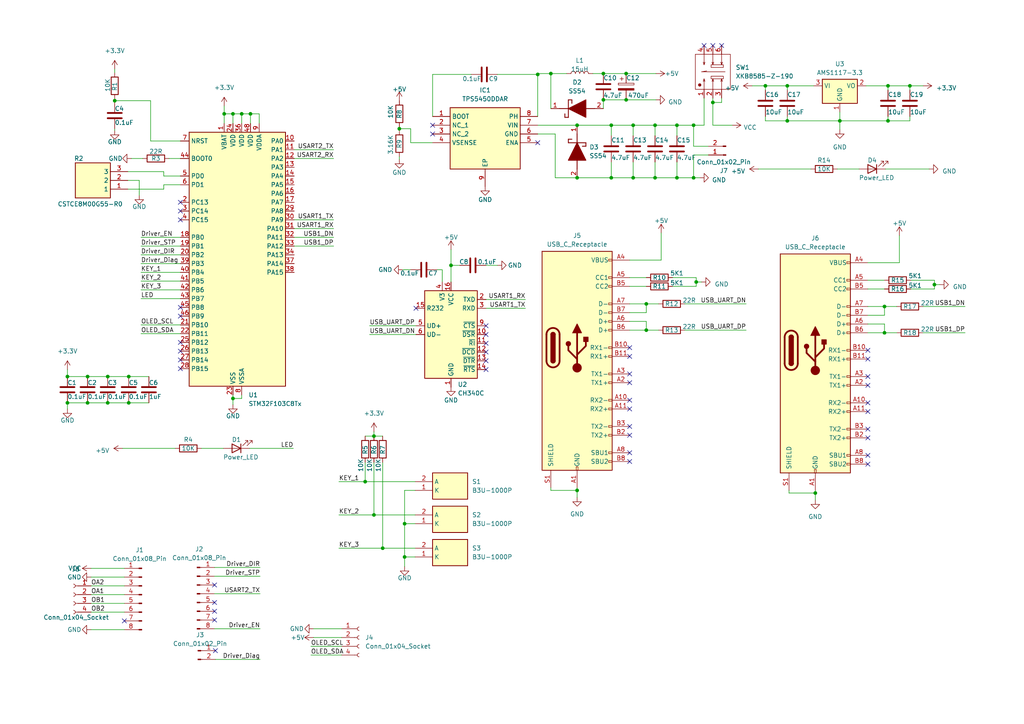
<source format=kicad_sch>
(kicad_sch (version 20230121) (generator eeschema)
  (paper "A4")
  (junction (at 130.81 76.962))
  (junction (at 167.386 36.322))
  (junction (at 19.558 116.84))
  (junction (at 181.61 28.956))
  (junction (at 187.452 95.758))
  (junction (at 108.458 126.492))
  (junction (at 25.4 109.22))
  (junction (at 228.346 35.052))
  (junction (at 70.104 33.02))
  (junction (at 67.564 33.02))
  (junction (at 33.274 29.21))
  (junction (at 201.168 51.562))
  (junction (at 271.018 82.55))
  (junction (at 37.338 116.84))
  (junction (at 228.346 24.892))
  (junction (at 196.342 51.562))
  (junction (at 159.766 21.336))
  (junction (at 257.556 24.892))
  (junction (at 115.824 37.338))
  (junction (at 201.93 81.788))
  (junction (at 256.54 96.52))
  (junction (at 263.906 24.892))
  (junction (at 183.642 36.322))
  (junction (at 117.348 151.892))
  (junction (at 236.474 143.002))
  (junction (at 177.292 36.322))
  (junction (at 177.292 51.562))
  (junction (at 31.242 116.84))
  (junction (at 196.342 36.322))
  (junction (at 167.386 142.24))
  (junction (at 72.644 33.02))
  (junction (at 221.996 24.892))
  (junction (at 206.756 29.718))
  (junction (at 37.338 109.22))
  (junction (at 183.642 51.562))
  (junction (at 110.998 159.004))
  (junction (at 105.918 139.7))
  (junction (at 189.992 51.562))
  (junction (at 175.006 28.956))
  (junction (at 175.006 21.336))
  (junction (at 201.168 36.322))
  (junction (at 19.558 109.22))
  (junction (at 187.452 88.138))
  (junction (at 67.564 115.57))
  (junction (at 65.024 33.02))
  (junction (at 25.4 116.84))
  (junction (at 31.242 109.22))
  (junction (at 117.348 161.544))
  (junction (at 243.586 35.052))
  (junction (at 181.61 21.336))
  (junction (at 257.556 35.052))
  (junction (at 167.386 51.562))
  (junction (at 155.956 21.59))
  (junction (at 189.992 36.322))
  (junction (at 108.458 149.352))
  (junction (at 256.54 88.9))
  (no_connect (at 52.324 101.854))
  (no_connect (at 182.626 103.378))
  (no_connect (at 206.756 13.208))
  (no_connect (at 62.23 169.672))
  (no_connect (at 251.714 124.46))
  (no_connect (at 204.216 13.208))
  (no_connect (at 182.626 116.078))
  (no_connect (at 182.626 110.998))
  (no_connect (at 182.626 108.458))
  (no_connect (at 125.476 36.322))
  (no_connect (at 52.324 91.694))
  (no_connect (at 52.324 61.214))
  (no_connect (at 52.324 104.394))
  (no_connect (at 120.65 89.408))
  (no_connect (at 140.97 97.028))
  (no_connect (at 125.476 38.862))
  (no_connect (at 251.714 134.62))
  (no_connect (at 251.714 101.6))
  (no_connect (at 52.324 89.154))
  (no_connect (at 62.484 188.722))
  (no_connect (at 140.97 94.488))
  (no_connect (at 140.97 102.108))
  (no_connect (at 251.714 116.84))
  (no_connect (at 251.714 132.08))
  (no_connect (at 140.97 104.648))
  (no_connect (at 251.714 104.14))
  (no_connect (at 251.714 119.38))
  (no_connect (at 251.714 111.76))
  (no_connect (at 62.23 179.832))
  (no_connect (at 36.068 180.086))
  (no_connect (at 52.324 99.314))
  (no_connect (at 182.626 133.858))
  (no_connect (at 251.714 127))
  (no_connect (at 182.626 118.618))
  (no_connect (at 182.626 131.318))
  (no_connect (at 62.23 174.752))
  (no_connect (at 182.626 126.238))
  (no_connect (at 52.324 63.754))
  (no_connect (at 62.23 177.292))
  (no_connect (at 52.324 106.934))
  (no_connect (at 182.626 123.698))
  (no_connect (at 140.97 107.188))
  (no_connect (at 155.956 41.402))
  (no_connect (at 251.714 109.22))
  (no_connect (at 140.97 99.568))
  (no_connect (at 209.296 13.208))
  (no_connect (at 182.626 100.838))
  (no_connect (at 52.324 58.674))
  (wire (pts (xy 171.958 21.336) (xy 175.006 21.336)))
  (wire (pts (xy 228.346 24.892) (xy 235.966 24.892)))
  (wire (pts (xy 251.714 91.44) (xy 256.54 91.44)))
  (wire (pts (xy 159.766 21.336) (xy 159.766 31.496)))
  (wire (pts (xy 120.396 142.24) (xy 117.348 142.24)))
  (wire (pts (xy 65.024 30.734) (xy 65.024 33.02)))
  (wire (pts (xy 260.858 68.326) (xy 260.858 76.2)))
  (wire (pts (xy 243.586 35.052) (xy 243.586 32.512)))
  (wire (pts (xy 108.458 134.112) (xy 108.458 149.352)))
  (wire (pts (xy 130.81 72.39) (xy 130.81 76.962)))
  (wire (pts (xy 198.628 88.138) (xy 216.408 88.138)))
  (wire (pts (xy 75.184 35.814) (xy 75.184 33.02)))
  (wire (pts (xy 191.77 67.564) (xy 191.77 75.438)))
  (wire (pts (xy 67.564 114.554) (xy 67.564 115.57)))
  (wire (pts (xy 167.386 141.478) (xy 167.386 142.24)))
  (wire (pts (xy 67.564 33.02) (xy 65.024 33.02)))
  (wire (pts (xy 189.992 51.562) (xy 196.342 51.562)))
  (wire (pts (xy 219.964 49.022) (xy 235.204 49.022)))
  (wire (pts (xy 67.564 33.02) (xy 67.564 35.814)))
  (wire (pts (xy 62.23 172.212) (xy 75.438 172.212)))
  (wire (pts (xy 47.498 49.784) (xy 47.498 51.054)))
  (wire (pts (xy 43.688 29.21) (xy 33.274 29.21)))
  (wire (pts (xy 183.642 51.562) (xy 189.992 51.562)))
  (wire (pts (xy 115.824 46.228) (xy 115.824 45.466)))
  (wire (pts (xy 161.036 51.562) (xy 167.386 51.562)))
  (wire (pts (xy 167.386 36.322) (xy 177.292 36.322)))
  (wire (pts (xy 70.104 33.02) (xy 67.564 33.02)))
  (wire (pts (xy 40.386 52.324) (xy 37.084 52.324)))
  (wire (pts (xy 105.918 126.492) (xy 108.458 126.492)))
  (wire (pts (xy 96.774 45.974) (xy 85.344 45.974)))
  (wire (pts (xy 271.018 83.82) (xy 264.16 83.82)))
  (wire (pts (xy 67.564 117.348) (xy 67.564 115.57)))
  (wire (pts (xy 221.996 24.892) (xy 221.996 26.162)))
  (wire (pts (xy 189.992 39.37) (xy 189.992 36.322)))
  (wire (pts (xy 26.416 169.926) (xy 36.068 169.926)))
  (wire (pts (xy 155.956 21.336) (xy 159.766 21.336)))
  (wire (pts (xy 155.956 36.322) (xy 167.386 36.322)))
  (wire (pts (xy 243.586 35.052) (xy 257.556 35.052)))
  (wire (pts (xy 37.338 109.22) (xy 31.242 109.22)))
  (wire (pts (xy 152.4 89.408) (xy 140.97 89.408)))
  (wire (pts (xy 251.206 24.892) (xy 257.556 24.892)))
  (wire (pts (xy 125.476 21.59) (xy 136.652 21.59)))
  (wire (pts (xy 167.386 142.24) (xy 159.766 142.24)))
  (wire (pts (xy 167.386 144.272) (xy 167.386 142.24)))
  (wire (pts (xy 98.298 159.004) (xy 110.998 159.004)))
  (wire (pts (xy 26.416 177.546) (xy 36.068 177.546)))
  (wire (pts (xy 175.006 31.496) (xy 175.006 28.956)))
  (wire (pts (xy 159.766 21.336) (xy 164.338 21.336)))
  (wire (pts (xy 62.23 182.372) (xy 75.438 182.372)))
  (wire (pts (xy 72.644 33.02) (xy 72.644 35.814)))
  (wire (pts (xy 49.022 45.974) (xy 52.324 45.974)))
  (wire (pts (xy 43.18 109.22) (xy 37.338 109.22)))
  (wire (pts (xy 236.474 145.034) (xy 236.474 143.002)))
  (wire (pts (xy 271.018 82.55) (xy 271.018 83.82)))
  (wire (pts (xy 155.956 33.782) (xy 155.956 21.59)))
  (wire (pts (xy 108.458 126.492) (xy 110.998 126.492)))
  (wire (pts (xy 35.56 130.048) (xy 50.8 130.048)))
  (wire (pts (xy 130.81 76.962) (xy 130.81 81.788)))
  (wire (pts (xy 62.23 164.592) (xy 75.438 164.592)))
  (wire (pts (xy 155.956 21.59) (xy 155.956 21.336)))
  (wire (pts (xy 189.992 36.322) (xy 183.642 36.322)))
  (wire (pts (xy 107.188 94.488) (xy 120.65 94.488)))
  (wire (pts (xy 187.452 88.138) (xy 191.008 88.138)))
  (wire (pts (xy 209.296 29.718) (xy 206.756 29.718)))
  (wire (pts (xy 175.006 28.956) (xy 181.61 28.956)))
  (wire (pts (xy 243.586 37.592) (xy 243.586 35.052)))
  (wire (pts (xy 263.906 33.782) (xy 263.906 35.052)))
  (wire (pts (xy 267.716 88.9) (xy 279.908 88.9)))
  (wire (pts (xy 26.416 167.386) (xy 36.068 167.386)))
  (wire (pts (xy 33.274 37.846) (xy 33.274 37.338)))
  (wire (pts (xy 96.774 68.834) (xy 85.344 68.834)))
  (wire (pts (xy 98.298 139.7) (xy 105.918 139.7)))
  (wire (pts (xy 204.216 28.448) (xy 204.216 36.322)))
  (wire (pts (xy 33.274 29.21) (xy 33.274 29.718)))
  (wire (pts (xy 33.274 28.702) (xy 33.274 29.21)))
  (wire (pts (xy 40.894 73.914) (xy 52.324 73.914)))
  (wire (pts (xy 221.996 24.892) (xy 228.346 24.892)))
  (wire (pts (xy 96.774 66.294) (xy 85.344 66.294)))
  (wire (pts (xy 256.54 81.28) (xy 251.714 81.28)))
  (wire (pts (xy 187.452 95.758) (xy 191.008 95.758)))
  (wire (pts (xy 40.894 84.074) (xy 52.324 84.074)))
  (wire (pts (xy 181.61 21.336) (xy 190.246 21.336)))
  (wire (pts (xy 251.714 93.98) (xy 256.54 93.98)))
  (wire (pts (xy 183.642 39.37) (xy 183.642 36.322)))
  (wire (pts (xy 40.894 94.234) (xy 52.324 94.234)))
  (wire (pts (xy 257.556 35.052) (xy 263.906 35.052)))
  (wire (pts (xy 19.558 107.188) (xy 19.558 109.22)))
  (wire (pts (xy 263.906 24.892) (xy 263.906 26.162)))
  (wire (pts (xy 62.23 167.132) (xy 75.438 167.132)))
  (wire (pts (xy 167.386 51.562) (xy 177.292 51.562)))
  (wire (pts (xy 107.188 97.028) (xy 120.65 97.028)))
  (wire (pts (xy 40.894 96.774) (xy 52.324 96.774)))
  (wire (pts (xy 116.84 78.232) (xy 119.126 78.232)))
  (wire (pts (xy 62.484 191.262) (xy 75.438 191.262)))
  (wire (pts (xy 90.17 189.992) (xy 99.06 189.992)))
  (wire (pts (xy 33.274 20.066) (xy 33.274 21.082)))
  (wire (pts (xy 125.476 41.402) (xy 119.126 41.402)))
  (wire (pts (xy 181.61 28.956) (xy 190.246 28.956)))
  (wire (pts (xy 183.642 46.99) (xy 183.642 51.562)))
  (wire (pts (xy 236.474 142.24) (xy 236.474 143.002)))
  (wire (pts (xy 228.346 33.782) (xy 228.346 35.052)))
  (wire (pts (xy 117.348 151.892) (xy 120.396 151.892)))
  (wire (pts (xy 198.628 95.758) (xy 216.408 95.758)))
  (wire (pts (xy 201.168 42.418) (xy 201.168 36.322)))
  (wire (pts (xy 187.452 83.058) (xy 182.626 83.058)))
  (wire (pts (xy 182.626 93.218) (xy 187.452 93.218)))
  (wire (pts (xy 105.918 139.7) (xy 120.396 139.7)))
  (wire (pts (xy 221.996 35.052) (xy 228.346 35.052)))
  (wire (pts (xy 206.756 36.322) (xy 212.344 36.322)))
  (wire (pts (xy 203.454 81.788) (xy 201.93 81.788)))
  (wire (pts (xy 256.54 88.9) (xy 260.096 88.9)))
  (wire (pts (xy 40.894 68.834) (xy 52.324 68.834)))
  (wire (pts (xy 119.126 41.402) (xy 119.126 37.338)))
  (wire (pts (xy 47.498 54.864) (xy 37.084 54.864)))
  (wire (pts (xy 37.084 49.784) (xy 47.498 49.784)))
  (wire (pts (xy 271.018 81.28) (xy 264.16 81.28)))
  (wire (pts (xy 26.416 175.006) (xy 36.068 175.006)))
  (wire (pts (xy 272.542 82.55) (xy 271.018 82.55)))
  (wire (pts (xy 175.006 21.336) (xy 181.61 21.336)))
  (wire (pts (xy 196.342 51.562) (xy 201.168 51.562)))
  (wire (pts (xy 242.824 49.022) (xy 249.174 49.022)))
  (wire (pts (xy 115.824 36.83) (xy 115.824 37.338)))
  (wire (pts (xy 40.894 81.534) (xy 52.324 81.534)))
  (wire (pts (xy 196.342 36.322) (xy 201.168 36.322)))
  (wire (pts (xy 256.794 49.022) (xy 269.494 49.022)))
  (wire (pts (xy 196.342 46.99) (xy 196.342 51.562)))
  (wire (pts (xy 187.452 90.678) (xy 187.452 88.138)))
  (wire (pts (xy 58.42 130.048) (xy 64.77 130.048)))
  (wire (pts (xy 236.474 143.002) (xy 228.854 143.002)))
  (wire (pts (xy 182.626 90.678) (xy 187.452 90.678)))
  (wire (pts (xy 228.346 35.052) (xy 243.586 35.052)))
  (wire (pts (xy 201.168 51.562) (xy 202.946 51.562)))
  (wire (pts (xy 108.458 149.352) (xy 120.396 149.352)))
  (wire (pts (xy 221.996 33.782) (xy 221.996 35.052)))
  (wire (pts (xy 70.104 33.02) (xy 70.104 35.814)))
  (wire (pts (xy 26.416 172.466) (xy 36.068 172.466)))
  (wire (pts (xy 115.824 37.338) (xy 119.126 37.338)))
  (wire (pts (xy 43.688 40.894) (xy 43.688 29.21)))
  (wire (pts (xy 177.292 51.562) (xy 183.642 51.562)))
  (wire (pts (xy 72.644 33.02) (xy 70.104 33.02)))
  (wire (pts (xy 257.556 26.162) (xy 257.556 24.892)))
  (wire (pts (xy 110.998 159.004) (xy 120.396 159.004)))
  (wire (pts (xy 182.626 95.758) (xy 187.452 95.758)))
  (wire (pts (xy 108.458 125.222) (xy 108.458 126.492)))
  (wire (pts (xy 90.932 182.372) (xy 99.06 182.372)))
  (wire (pts (xy 40.894 78.994) (xy 52.324 78.994)))
  (wire (pts (xy 209.296 28.448) (xy 209.296 29.718)))
  (wire (pts (xy 201.93 80.518) (xy 195.072 80.518)))
  (wire (pts (xy 40.894 71.374) (xy 52.324 71.374)))
  (wire (pts (xy 189.992 36.322) (xy 196.342 36.322)))
  (wire (pts (xy 159.766 142.24) (xy 159.766 141.478)))
  (wire (pts (xy 125.476 33.782) (xy 125.476 21.59)))
  (wire (pts (xy 155.956 21.59) (xy 144.272 21.59)))
  (wire (pts (xy 256.54 93.98) (xy 256.54 96.52)))
  (wire (pts (xy 206.756 29.718) (xy 206.756 36.322)))
  (wire (pts (xy 201.168 44.958) (xy 201.168 51.562)))
  (wire (pts (xy 96.774 71.374) (xy 85.344 71.374)))
  (wire (pts (xy 228.346 26.162) (xy 228.346 24.892)))
  (wire (pts (xy 187.452 93.218) (xy 187.452 95.758)))
  (wire (pts (xy 47.498 53.594) (xy 47.498 54.864)))
  (wire (pts (xy 177.292 36.322) (xy 183.642 36.322)))
  (wire (pts (xy 31.242 116.84) (xy 37.338 116.84)))
  (wire (pts (xy 267.716 96.52) (xy 279.908 96.52)))
  (wire (pts (xy 144.272 76.962) (xy 140.97 76.962)))
  (wire (pts (xy 26.416 182.626) (xy 36.068 182.626)))
  (wire (pts (xy 257.556 33.782) (xy 257.556 35.052)))
  (wire (pts (xy 201.93 81.788) (xy 201.93 83.058)))
  (wire (pts (xy 128.27 78.232) (xy 128.27 81.788)))
  (wire (pts (xy 256.54 96.52) (xy 260.096 96.52)))
  (wire (pts (xy 19.558 118.618) (xy 19.558 116.84)))
  (wire (pts (xy 40.386 56.642) (xy 40.386 52.324)))
  (wire (pts (xy 201.93 80.518) (xy 201.93 81.788)))
  (wire (pts (xy 52.324 53.594) (xy 47.498 53.594)))
  (wire (pts (xy 177.292 46.99) (xy 177.292 51.562)))
  (wire (pts (xy 117.348 161.544) (xy 120.396 161.544)))
  (wire (pts (xy 201.93 83.058) (xy 195.072 83.058)))
  (wire (pts (xy 218.186 24.892) (xy 221.996 24.892)))
  (wire (pts (xy 105.918 134.112) (xy 105.918 139.7)))
  (wire (pts (xy 257.556 24.892) (xy 263.906 24.892)))
  (wire (pts (xy 187.452 80.518) (xy 182.626 80.518)))
  (wire (pts (xy 25.4 116.84) (xy 31.242 116.84)))
  (wire (pts (xy 126.746 78.232) (xy 128.27 78.232)))
  (wire (pts (xy 90.17 187.452) (xy 99.06 187.452)))
  (wire (pts (xy 251.714 88.9) (xy 256.54 88.9)))
  (wire (pts (xy 40.894 76.454) (xy 52.324 76.454)))
  (wire (pts (xy 256.54 83.82) (xy 251.714 83.82)))
  (wire (pts (xy 40.894 86.614) (xy 52.324 86.614)))
  (wire (pts (xy 267.716 24.892) (xy 263.906 24.892)))
  (wire (pts (xy 271.018 81.28) (xy 271.018 82.55)))
  (wire (pts (xy 67.564 115.57) (xy 70.104 115.57)))
  (wire (pts (xy 19.558 116.84) (xy 25.4 116.84)))
  (wire (pts (xy 152.4 86.868) (xy 140.97 86.868)))
  (wire (pts (xy 117.348 164.338) (xy 117.348 161.544)))
  (wire (pts (xy 37.338 116.84) (xy 43.18 116.84)))
  (wire (pts (xy 117.348 142.24) (xy 117.348 151.892)))
  (wire (pts (xy 133.35 76.962) (xy 130.81 76.962)))
  (wire (pts (xy 115.824 37.338) (xy 115.824 37.846)))
  (wire (pts (xy 38.1 45.974) (xy 41.402 45.974)))
  (wire (pts (xy 25.4 109.22) (xy 31.242 109.22)))
  (wire (pts (xy 155.956 38.862) (xy 161.036 38.862)))
  (wire (pts (xy 65.024 33.02) (xy 65.024 35.814)))
  (wire (pts (xy 98.298 149.352) (xy 108.458 149.352)))
  (wire (pts (xy 117.348 151.892) (xy 117.348 161.544)))
  (wire (pts (xy 228.854 143.002) (xy 228.854 142.24)))
  (wire (pts (xy 90.932 184.912) (xy 99.06 184.912)))
  (wire (pts (xy 204.216 36.322) (xy 201.168 36.322)))
  (wire (pts (xy 161.036 38.862) (xy 161.036 51.562)))
  (wire (pts (xy 96.774 43.434) (xy 85.344 43.434)))
  (wire (pts (xy 72.39 130.048) (xy 85.09 130.048)))
  (wire (pts (xy 191.77 75.438) (xy 182.626 75.438)))
  (wire (pts (xy 260.858 76.2) (xy 251.714 76.2)))
  (wire (pts (xy 47.498 51.054) (xy 52.324 51.054)))
  (wire (pts (xy 75.184 33.02) (xy 72.644 33.02)))
  (wire (pts (xy 96.774 63.754) (xy 85.344 63.754)))
  (wire (pts (xy 52.324 40.894) (xy 43.688 40.894)))
  (wire (pts (xy 205.486 42.418) (xy 201.168 42.418)))
  (wire (pts (xy 196.342 39.37) (xy 196.342 36.322)))
  (wire (pts (xy 182.626 88.138) (xy 187.452 88.138)))
  (wire (pts (xy 110.998 134.112) (xy 110.998 159.004)))
  (wire (pts (xy 205.486 44.958) (xy 201.168 44.958)))
  (wire (pts (xy 25.4 109.22) (xy 19.558 109.22)))
  (wire (pts (xy 206.756 28.448) (xy 206.756 29.718)))
  (wire (pts (xy 26.416 164.846) (xy 36.068 164.846)))
  (wire (pts (xy 251.714 96.52) (xy 256.54 96.52)))
  (wire (pts (xy 256.54 91.44) (xy 256.54 88.9)))
  (wire (pts (xy 177.292 39.37) (xy 177.292 36.322)))
  (wire (pts (xy 70.104 114.554) (xy 70.104 115.57)))
  (wire (pts (xy 189.992 46.99) (xy 189.992 51.562)))
  (label "OA2" (at 26.416 169.926 0))
  (label "USB_UART_DN" (at 107.188 97.028 0))
  (label "OLED_SCL" (at 40.894 94.234 0))
  (label "USART2_TX" (at 75.438 172.212 180))
  (label "USB_UART_DN" (at 216.408 88.138 180))
  (label "USB_UART_DP" (at 216.408 95.758 180))
  (label "USB_UART_DP" (at 107.188 94.488 0))
  (label "USART2_TX" (at 96.774 43.434 180))
  (label "KEY_2" (at 98.298 149.352 0))
  (label "USART2_RX" (at 96.774 45.974 180))
  (label "OLED_SDA" (at 40.894 96.774 0))
  (label "USB1_DP" (at 96.774 71.374 180))
  (label "USART1_RX" (at 96.774 66.294 180))
  (label "USART1_TX" (at 96.774 63.754 180))
  (label "LED" (at 40.894 86.614 0))
  (label "KEY_1" (at 98.298 139.7 0))
  (label "KEY_3" (at 40.894 84.074 0))
  (label "OLED_SCL" (at 90.17 187.452 0))
  (label "USART1_TX" (at 152.4 89.408 180))
  (label "OB1" (at 26.416 175.006 0))
  (label "LED" (at 85.09 130.048 180))
  (label "OA1" (at 26.416 172.466 0))
  (label "USB1_DN" (at 96.774 68.834 180))
  (label "USART1_RX" (at 152.4 86.868 180))
  (label "Driver_DIR" (at 75.438 164.592 180))
  (label "Driver_Diag" (at 75.438 191.262 180))
  (label "OB2" (at 26.416 177.546 0))
  (label "Driver_DIR" (at 40.894 73.914 0))
  (label "Driver_EN" (at 75.438 182.372 180))
  (label "Driver_STP" (at 40.894 71.374 0))
  (label "Driver_EN" (at 40.894 68.834 0))
  (label "KEY_1" (at 40.894 78.994 0))
  (label "USB1_DN" (at 279.908 88.9 180))
  (label "Driver_Diag" (at 40.894 76.454 0))
  (label "Driver_STP" (at 75.438 167.132 180))
  (label "USB1_DP" (at 279.908 96.52 180))
  (label "KEY_3" (at 98.298 159.004 0))
  (label "KEY_2" (at 40.894 81.534 0))
  (label "OLED_SDA" (at 90.17 189.992 0))
  (symbol (lib_id "Device:C") (at 196.342 43.18 0) (unit 1)
    (property "Reference" "C15" (at 196.342 40.64 0) (effects (justify left)))
    (property "Value" "4.7uF" (at 196.342 45.72 0) (effects (justify left)))
    (property "Footprint" "Capacitor_SMD:C_0603_1608Metric" (effects hide))
  )
  (symbol (lib_id "SamacSys_Parts:B3U-1000P") (at 120.396 149.352 0) (unit 1)
    (property "Reference" "S2" (at 136.906 149.352 0) (effects (justify left)))
    (property "Value" "B3U-1000P" (at 136.906 151.892 0) (effects (justify left)))
    (property "Footprint" "B3U-1000P" (effects hide))
    (property "Datasheet" "https://www.omron.com/ecb/products/pdf/en-b3u.pdf" (effects hide))
    (property "Manufacturer_Name" "Omron Electronics" (effects hide))
    (property "Manufacturer_Part_Number" "B3U-1000P" (effects hide))
    (property "Mouser Part Number" "653-B3U-1000P" (effects hide))
    (property "Mouser Price/Stock" "https://www.mouser.co.uk/ProductDetail/Omron-Electronics/B3U-1000P?qs=AO7BQMcsEu4ip80xyf2FwA%3D%3D" (effects hide))
    (property "Arrow Part Number" "B3U-1000P" (effects hide))
    (property "Arrow Price/Stock" "https://www.arrow.com/en/products/b3u1000p/omron?region=nac" (effects hide))
  )
  (symbol (lib_id "power:GND") (at 202.946 51.562 90) (unit 1)
    (property "Reference" "#PWR028" (effects hide))
    (property "Value" "GND" (at 206.502 52.197 90) (effects (justify right)))
  )
  (symbol (lib_id "power:+3.3V") (at 19.558 107.188 0) (unit 1)
    (property "Reference" "#PWR01" (effects hide))
    (property "Value" "+3.3V" (at 19.558 101.854 0))
  )
  (symbol (lib_id "power:+5V") (at 260.858 68.326 0) (unit 1)
    (property "Reference" "#PWR035" (effects hide))
    (property "Value" "+5V" (at 258.826 64.77 0) (effects (justify left)))
  )
  (symbol (lib_id "power:GND") (at 67.564 117.348 0) (mirror y) (unit 1)
    (property "Reference" "#PWR012" (effects hide))
    (property "Value" "GND" (at 65.532 120.65 0) (effects (justify right)))
  )
  (symbol (lib_id "Device:R") (at 108.458 130.302 0) (unit 1)
    (property "Reference" "R6" (at 108.458 131.826 90) (effects (justify left)))
    (property "Value" "10K" (at 107.188 136.906 90) (effects (justify left)))
    (property "Footprint" "Resistor_SMD:R_0603_1608Metric" (effects hide))
  )
  (symbol (lib_id "power:+3.3V") (at 267.716 24.892 270) (unit 1)
    (property "Reference" "#PWR036" (effects hide))
    (property "Value" "+3.3V" (at 271.526 25.527 90) (effects (justify left)))
  )
  (symbol (lib_id "power:GND") (at 40.386 56.642 0) (mirror y) (unit 1)
    (property "Reference" "#PWR010" (effects hide))
    (property "Value" "GND" (at 38.354 59.944 0) (effects (justify right)))
  )
  (symbol (lib_id "Device:R") (at 260.35 83.82 270) (mirror x) (unit 1)
    (property "Reference" "R16" (at 260.35 83.82 90))
    (property "Value" "5K1" (at 265.43 82.804 90))
    (property "Footprint" "Resistor_SMD:R_0603_1608Metric" (effects hide))
  )
  (symbol (lib_id "Device:LED") (at 68.58 130.048 180) (unit 1)
    (property "Reference" "D1" (at 68.58 127.508 0))
    (property "Value" "Power_LED" (at 69.85 132.588 0))
    (property "Footprint" "LED_SMD:LED_0603_1608Metric" (effects hide))
  )
  (symbol (lib_id "power:GND") (at 117.348 164.338 0) (mirror y) (unit 1)
    (property "Reference" "#PWR019" (effects hide))
    (property "Value" "GND" (at 115.316 167.64 0) (effects (justify right)))
  )
  (symbol (lib_id "Connector:Conn_01x04_Socket") (at 104.14 184.912 0) (unit 1)
    (property "Reference" "J4" (at 105.918 184.912 0) (effects (justify left)))
    (property "Value" "Conn_01x04_Socket" (at 105.918 187.452 0) (effects (justify left)))
    (property "Footprint" "Connector_PinHeader_2.54mm:PinHeader_1x04_P2.54mm_Vertical" (effects hide))
  )
  (symbol (lib_id "Device:R") (at 260.35 81.28 270) (mirror x) (unit 1)
    (property "Reference" "R15" (at 260.35 81.28 90))
    (property "Value" "5K1" (at 265.43 80.01 90))
    (property "Footprint" "Resistor_SMD:R_0603_1608Metric" (effects hide))
  )
  (symbol (lib_id "Device:LED") (at 252.984 49.022 180) (unit 1)
    (property "Reference" "D4" (at 252.984 46.482 0))
    (property "Value" "Power_LED" (at 254.254 51.562 0))
    (property "Footprint" "LED_SMD:LED_0603_1608Metric" (effects hide))
  )
  (symbol (lib_id "power:+5V") (at 90.932 184.912 90) (mirror x) (unit 1)
    (property "Reference" "#PWR014" (effects hide))
    (property "Value" "+5V" (at 88.392 184.912 90) (effects (justify left)))
  )
  (symbol (lib_id "Connector:USB_C_Receptacle") (at 167.386 100.838 0) (unit 1)
    (property "Reference" "J5" (at 167.386 68.326 0))
    (property "Value" "USB_C_Receptacle" (at 167.386 70.866 0))
    (property "Footprint" "Connector_USB:USB_C_Receptacle_GCT_USB4105-xx-A_16P_TopMnt_Horizontal" (effects hide))
    (property "Datasheet" "https://www.usb.org/sites/default/files/documents/usb_type-c.zip" (effects hide))
  )
  (symbol (lib_id "power:GND") (at 140.716 54.102 0) (unit 1)
    (property "Reference" "#PWR022" (effects hide))
    (property "Value" "GND" (at 140.716 57.912 0))
  )
  (symbol (lib_id "Device:R") (at 115.824 41.656 180) (unit 1)
    (property "Reference" "R9" (at 115.824 40.386 90) (effects (justify left)))
    (property "Value" "3.16K" (at 113.284 39.116 90) (effects (justify left)))
    (property "Footprint" "Resistor_SMD:R_0603_1608Metric" (effects hide))
  )
  (symbol (lib_id "power:VCC") (at 26.416 164.846 90) (mirror x) (unit 1)
    (property "Reference" "#PWR03" (effects hide))
    (property "Value" "VCC" (at 23.622 164.846 90) (effects (justify left)))
  )
  (symbol (lib_id "Connector:Conn_01x08_Pin") (at 41.148 172.466 0) (mirror y) (unit 1)
    (property "Reference" "J1" (at 40.513 159.512 0))
    (property "Value" "Conn_01x08_Pin" (at 40.513 162.052 0))
    (property "Footprint" "Connector_PinHeader_2.54mm:PinHeader_1x08_P2.54mm_Vertical" (effects hide))
  )
  (symbol (lib_id "Device:R") (at 45.212 45.974 90) (unit 1)
    (property "Reference" "R3" (at 45.212 45.974 90))
    (property "Value" "22R" (at 45.212 43.942 90))
    (property "Footprint" "Resistor_SMD:R_0603_1608Metric" (effects hide))
  )
  (symbol (lib_id "Device:C") (at 33.274 33.528 0) (unit 1)
    (property "Reference" "C4" (at 33.274 31.496 0) (effects (justify left)))
    (property "Value" "0.1uF" (at 33.274 35.56 0) (effects (justify left)))
    (property "Footprint" "Capacitor_SMD:C_0603_1608Metric" (effects hide))
  )
  (symbol (lib_id "power:+5V") (at 218.186 24.892 90) (unit 1)
    (property "Reference" "#PWR031" (effects hide))
    (property "Value" "+5V" (at 214.376 25.527 90) (effects (justify left)))
  )
  (symbol (lib_id "Device:C") (at 263.906 29.972 0) (unit 1)
    (property "Reference" "C19" (at 263.906 27.432 0) (effects (justify left)))
    (property "Value" "10uF" (at 263.906 32.512 0) (effects (justify left)))
    (property "Footprint" "Capacitor_SMD:C_0603_1608Metric" (effects hide))
  )
  (symbol (lib_id "power:GND") (at 203.454 81.788 90) (unit 1)
    (property "Reference" "#PWR030" (effects hide))
    (property "Value" "GND" (at 207.264 82.423 90) (effects (justify right)))
  )
  (symbol (lib_id "Device:R") (at 54.61 130.048 90) (unit 1)
    (property "Reference" "R4" (at 54.61 127.508 90))
    (property "Value" "10K" (at 54.61 130.048 90))
    (property "Footprint" "Resistor_SMD:R_0603_1608Metric" (effects hide))
  )
  (symbol (lib_id "power:GND") (at 116.84 78.232 270) (unit 1)
    (property "Reference" "#PWR018" (effects hide))
    (property "Value" "GND" (at 111.76 78.232 90))
  )
  (symbol (lib_id "power:+5V") (at 115.824 29.21 0) (unit 1)
    (property "Reference" "#PWR016" (effects hide))
    (property "Value" "+5V" (at 115.824 25.908 0))
  )
  (symbol (lib_id "Device:R") (at 191.262 83.058 270) (mirror x) (unit 1)
    (property "Reference" "R11" (at 191.262 83.058 90))
    (property "Value" "5K1" (at 196.342 82.042 90))
    (property "Footprint" "Resistor_SMD:R_0603_1608Metric" (effects hide))
  )
  (symbol (lib_id "Device:C") (at 37.338 113.03 0) (unit 1)
    (property "Reference" "C5" (at 37.338 110.998 0) (effects (justify left)))
    (property "Value" "0.1uF" (at 37.338 115.062 0) (effects (justify left)))
    (property "Footprint" "Capacitor_SMD:C_0603_1608Metric" (effects hide))
  )
  (symbol (lib_id "Device:R") (at 194.818 88.138 270) (mirror x) (unit 1)
    (property "Reference" "R12" (at 194.818 88.138 90))
    (property "Value" "22R" (at 199.898 87.122 90))
    (property "Footprint" "Resistor_SMD:R_0603_1608Metric" (effects hide))
  )
  (symbol (lib_id "power:GND") (at 236.474 145.034 0) (unit 1)
    (property "Reference" "#PWR033" (effects hide))
    (property "Value" "GND" (at 236.474 149.86 0))
  )
  (symbol (lib_id "SamacSys_Parts:B3U-1000P") (at 120.396 139.7 0) (unit 1)
    (property "Reference" "S1" (at 136.906 139.7 0) (effects (justify left)))
    (property "Value" "B3U-1000P" (at 136.906 142.24 0) (effects (justify left)))
    (property "Footprint" "B3U-1000P" (effects hide))
    (property "Datasheet" "https://www.omron.com/ecb/products/pdf/en-b3u.pdf" (effects hide))
    (property "Manufacturer_Name" "Omron Electronics" (effects hide))
    (property "Manufacturer_Part_Number" "B3U-1000P" (effects hide))
    (property "Mouser Part Number" "653-B3U-1000P" (effects hide))
    (property "Mouser Price/Stock" "https://www.mouser.co.uk/ProductDetail/Omron-Electronics/B3U-1000P?qs=AO7BQMcsEu4ip80xyf2FwA%3D%3D" (effects hide))
    (property "Arrow Part Number" "B3U-1000P" (effects hide))
    (property "Arrow Price/Stock" "https://www.arrow.com/en/products/b3u1000p/omron?region=nac" (effects hide))
  )
  (symbol (lib_id "Device:R") (at 105.918 130.302 0) (unit 1)
    (property "Reference" "R5" (at 105.918 131.826 90) (effects (justify left)))
    (property "Value" "10K" (at 104.648 136.906 90) (effects (justify left)))
    (property "Footprint" "Resistor_SMD:R_0603_1608Metric" (effects hide))
  )
  (symbol (lib_id "power:GND") (at 26.416 167.386 270) (mirror x) (unit 1)
    (property "Reference" "#PWR04" (effects hide))
    (property "Value" "GND" (at 23.622 167.386 90) (effects (justify right)))
  )
  (symbol (lib_id "UserLib:XKB8585-Z-190") (at 206.756 20.828 90) (unit 1)
    (property "Reference" "SW1" (at 213.36 19.558 90) (effects (justify right)))
    (property "Value" "XKB8585-Z-190" (at 213.36 22.098 90) (effects (justify right)))
    (property "Footprint" "Userlib:SW-TH_6P-L8.6-W8.6-P2.50-LS5.4" (effects hide))
    (property "Datasheet" "http://www.szlcsc.com/product/details_299941.html" (effects hide))
    (property "SuppliersPartNumber" "C318849" (effects hide))
    (property "uuid" "std:64d074b85b2f426a86bb643e767c7a26" (effects hide))
  )
  (symbol (lib_id "power:GND") (at 243.586 37.592 0) (unit 1)
    (property "Reference" "#PWR034" (effects hide))
    (property "Value" "GND" (at 243.586 42.672 0))
  )
  (symbol (lib_id "Device:R") (at 263.906 96.52 270) (mirror x) (unit 1)
    (property "Reference" "R18" (at 263.906 96.52 90))
    (property "Value" "22R" (at 268.986 95.504 90))
    (property "Footprint" "Resistor_SMD:R_0603_1608Metric" (effects hide))
  )
  (symbol (lib_id "power:+5V") (at 130.81 72.39 0) (mirror y) (unit 1)
    (property "Reference" "#PWR020" (effects hide))
    (property "Value" "+5V" (at 132.842 68.834 0) (effects (justify left)))
  )
  (symbol (lib_id "Connector:Conn_01x08_Pin") (at 57.15 172.212 0) (unit 1)
    (property "Reference" "J2" (at 57.785 159.258 0))
    (property "Value" "Conn_01x08_Pin" (at 57.785 161.798 0))
    (property "Footprint" "Connector_PinHeader_2.54mm:PinHeader_1x08_P2.54mm_Vertical" (effects hide))
  )
  (symbol (lib_id "Device:C") (at 228.346 29.972 0) (unit 1)
    (property "Reference" "C17" (at 228.346 27.432 0) (effects (justify left)))
    (property "Value" "10uF" (at 228.346 32.512 0) (effects (justify left)))
    (property "Footprint" "Capacitor_SMD:C_0603_1608Metric" (effects hide))
  )
  (symbol (lib_id "Connector:Conn_01x02_Pin") (at 57.404 188.722 0) (unit 1)
    (property "Reference" "J3" (at 58.039 184.15 0))
    (property "Value" "Conn_01x02_Pin" (at 58.039 186.69 0))
    (property "Footprint" "Connector_PinHeader_2.54mm:PinHeader_1x02_P2.54mm_Vertical" (effects hide))
  )
  (symbol (lib_id "Device:C") (at 221.996 29.972 0) (unit 1)
    (property "Reference" "C16" (at 221.996 27.432 0) (effects (justify left)))
    (property "Value" "10uF" (at 221.996 32.512 0) (effects (justify left)))
    (property "Footprint" "Capacitor_SMD:C_0603_1608Metric" (effects hide))
  )
  (symbol (lib_id "SamacSys_Parts:SS54") (at 167.386 33.782 270) (unit 1)
    (property "Reference" "D3" (at 170.942 42.672 90) (effects (justify left)))
    (property "Value" "SS54" (at 170.942 45.212 90) (effects (justify left)))
    (property "Footprint" "DIOM5126X245N" (effects hide))
    (property "Datasheet" "https://datasheet.lcsc.com/lcsc/2111080930_LGE-SS54_C2903855.pdf" (effects hide))
    (property "Height" "2.45" (effects hide))
    (property "Manufacturer_Name" "LGE" (effects hide))
    (property "Manufacturer_Part_Number" "SS54" (effects hide))
  )
  (symbol (lib_id "Device:C") (at 177.292 43.18 0) (unit 1)
    (property "Reference" "C11" (at 177.292 40.64 0) (effects (justify left)))
    (property "Value" "4.7uF" (at 177.292 45.72 0) (effects (justify left)))
    (property "Footprint" "Capacitor_SMD:C_0603_1608Metric" (effects hide))
  )
  (symbol (lib_id "Device:C") (at 189.992 43.18 0) (unit 1)
    (property "Reference" "C14" (at 189.992 40.64 0) (effects (justify left)))
    (property "Value" "4.7uF" (at 189.992 45.72 0) (effects (justify left)))
    (property "Footprint" "Capacitor_SMD:C_0603_1608Metric" (effects hide))
  )
  (symbol (lib_id "power:+3.3V") (at 65.024 30.734 0) (unit 1)
    (property "Reference" "#PWR011" (effects hide))
    (property "Value" "+3.3V" (at 65.024 25.4 0))
  )
  (symbol (lib_id "Device:C") (at 140.462 21.59 270) (unit 1)
    (property "Reference" "C9" (at 141.732 22.86 90) (effects (justify left)))
    (property "Value" "0.1uF" (at 134.112 22.86 90) (effects (justify left)))
    (property "Footprint" "Capacitor_SMD:C_0603_1608Metric" (effects hide))
  )
  (symbol (lib_id "power:GND") (at 144.272 76.962 90) (mirror x) (unit 1)
    (property "Reference" "#PWR023" (effects hide))
    (property "Value" "GND" (at 149.352 76.962 90))
  )
  (symbol (lib_id "power:+5V") (at 35.56 130.048 90) (unit 1)
    (property "Reference" "#PWR08" (effects hide))
    (property "Value" "+5V" (at 31.75 130.683 90) (effects (justify left)))
  )
  (symbol (lib_id "power:GND") (at 38.1 45.974 270) (mirror x) (unit 1)
    (property "Reference" "#PWR09" (effects hide))
    (property "Value" "GND" (at 35.56 45.974 90) (effects (justify right)))
  )
  (symbol (lib_id "SamacSys_Parts:B3U-1000P") (at 120.396 159.004 0) (unit 1)
    (property "Reference" "S3" (at 136.906 159.004 0) (effects (justify left)))
    (property "Value" "B3U-1000P" (at 136.906 161.544 0) (effects (justify left)))
    (property "Footprint" "B3U-1000P" (effects hide))
    (property "Datasheet" "https://www.omron.com/ecb/products/pdf/en-b3u.pdf" (effects hide))
    (property "Manufacturer_Name" "Omron Electronics" (effects hide))
    (property "Manufacturer_Part_Number" "B3U-1000P" (effects hide))
    (property "Mouser Part Number" "653-B3U-1000P" (effects hide))
    (property "Mouser Price/Stock" "https://www.mouser.co.uk/ProductDetail/Omron-Electronics/B3U-1000P?qs=AO7BQMcsEu4ip80xyf2FwA%3D%3D" (effects hide))
    (property "Arrow Part Number" "B3U-1000P" (effects hide))
    (property "Arrow Price/Stock" "https://www.arrow.com/en/products/b3u1000p/omron?region=nac" (effects hide))
  )
  (symbol (lib_id "SamacSys_Parts:TPS5450DDAR") (at 125.476 33.782 0) (unit 1)
    (property "Reference" "IC1" (at 140.716 26.162 0))
    (property "Value" "TPS5450DDAR" (at 140.716 28.702 0))
    (property "Footprint" "SOIC127P600X170-9N" (effects hide))
    (property "Datasheet" "http://www.ti.com/general/docs/suppproductinfo.tsp?distId=10&gotoUrl=http%3A%2F%2Fwww.ti.com%2Flit%2Fgpn%2Ftps5450" (effects hide))
    (property "Height" "1.7" (effects hide))
    (property "Manufacturer_Name" "Texas Instruments" (effects hide))
    (property "Manufacturer_Part_Number" "TPS5450DDAR" (effects hide))
    (property "Mouser Part Number" "595-TPS5450DDAR" (effects hide))
    (property "Mouser Price/Stock" "https://www.mouser.co.uk/ProductDetail/Texas-Instruments/TPS5450DDAR?qs=h%2FYsCRHtaqPaz8oWBdcCug%3D%3D" (effects hide))
    (property "Arrow Part Number" "TPS5450DDAR" (effects hide))
    (property "Arrow Price/Stock" "https://www.arrow.com/en/products/tps5450ddar/texas-instruments?region=nac" (effects hide))
  )
  (symbol (lib_id "power:GND") (at 130.81 112.268 0) (unit 1)
    (property "Reference" "#PWR021" (effects hide))
    (property "Value" "GND" (at 130.81 116.078 0))
  )
  (symbol (lib_id "Device:R") (at 191.262 80.518 270) (mirror x) (unit 1)
    (property "Reference" "R10" (at 191.262 80.518 90))
    (property "Value" "5K1" (at 196.342 79.248 90))
    (property "Footprint" "Resistor_SMD:R_0603_1608Metric" (effects hide))
  )
  (symbol (lib_id "power:GND") (at 26.416 182.626 270) (mirror x) (unit 1)
    (property "Reference" "#PWR05" (effects hide))
    (property "Value" "GND" (at 23.622 182.626 90) (effects (justify right)))
  )
  (symbol (lib_id "Device:C") (at 137.16 76.962 90) (unit 1)
    (property "Reference" "C8" (at 135.89 75.946 90) (effects (justify left)))
    (property "Value" "0.1uF" (at 144.018 75.946 90) (effects (justify left)))
    (property "Footprint" "Capacitor_SMD:C_0603_1608Metric" (effects hide))
  )
  (symbol (lib_id "Device:C") (at 19.558 113.03 0) (unit 1)
    (property "Reference" "C1" (at 19.558 110.998 0) (effects (justify left)))
    (property "Value" "0.1uF" (at 19.558 115.062 0) (effects (justify left)))
    (property "Footprint" "Capacitor_SMD:C_0603_1608Metric" (effects hide))
  )
  (symbol (lib_id "power:GND") (at 272.542 82.55 90) (unit 1)
    (property "Reference" "#PWR038" (effects hide))
    (property "Value" "GND" (at 276.352 83.185 90) (effects (justify right)))
  )
  (symbol (lib_id "Connector:Conn_01x02_Pin") (at 210.566 44.958 180) (unit 1)
    (property "Reference" "J7" (at 209.931 49.53 0))
    (property "Value" "Conn_01x02_Pin" (at 209.931 46.99 0))
    (property "Footprint" "Connector_AMASS:AMASS_XT30UPB-M_1x02_P5.0mm_Vertical" (effects hide))
  )
  (symbol (lib_id "power:+5V") (at 190.246 21.336 270) (unit 1)
    (property "Reference" "#PWR025" (effects hide))
    (property "Value" "+5V" (at 192.786 21.336 90) (effects (justify left)))
  )
  (symbol (lib_id "MCU_ST_STM32F1:STM32F103C8Tx") (at 67.564 76.454 0) (unit 1)
    (property "Reference" "U1" (at 72.0599 114.554 0) (effects (justify left)))
    (property "Value" "STM32F103C8Tx" (at 72.0599 117.094 0) (effects (justify left)))
    (property "Footprint" "Package_QFP:LQFP-48_7x7mm_P0.5mm" (effects hide))
    (property "Datasheet" "https://www.st.com/resource/en/datasheet/stm32f103c8.pdf" (effects hide))
  )
  (symbol (lib_id "Device:R") (at 239.014 49.022 90) (unit 1)
    (property "Reference" "R14" (at 239.014 46.482 90))
    (property "Value" "10K" (at 239.014 49.022 90))
    (property "Footprint" "Resistor_SMD:R_0603_1608Metric" (effects hide))
  )
  (symbol (lib_id "Device:R") (at 263.906 88.9 270) (mirror x) (unit 1)
    (property "Reference" "R17" (at 263.906 88.9 90))
    (property "Value" "22R" (at 268.986 87.884 90))
    (property "Footprint" "Resistor_SMD:R_0603_1608Metric" (effects hide))
  )
  (symbol (lib_id "Device:C") (at 43.18 113.03 0) (unit 1)
    (property "Reference" "C6" (at 43.18 110.998 0) (effects (justify left)))
    (property "Value" "1uF" (at 43.18 115.062 0) (effects (justify left)))
    (property "Footprint" "Capacitor_SMD:C_0603_1608Metric" (effects hide))
  )
  (symbol (lib_id "power:VCC") (at 212.344 36.322 270) (unit 1)
    (property "Reference" "#PWR029" (effects hide))
    (property "Value" "VCC" (at 215.646 36.957 90) (effects (justify left)))
  )
  (symbol (lib_id "power:GND") (at 167.386 144.272 0) (unit 1)
    (property "Reference" "#PWR024" (effects hide))
    (property "Value" "GND" (at 167.386 149.098 0))
  )
  (symbol (lib_id "power:GND") (at 19.558 118.618 0) (mirror y) (unit 1)
    (property "Reference" "#PWR02" (effects hide))
    (property "Value" "GND" (at 17.526 121.92 0) (effects (justify right)))
  )
  (symbol (lib_id "Connector:USB_C_Receptacle") (at 236.474 101.6 0) (unit 1)
    (property "Reference" "J6" (at 236.474 69.088 0))
    (property "Value" "USB_C_Receptacle" (at 236.474 71.628 0))
    (property "Footprint" "Connector_USB:USB_C_Receptacle_GCT_USB4105-xx-A_16P_TopMnt_Horizontal" (effects hide))
    (property "Datasheet" "https://www.usb.org/sites/default/files/documents/usb_type-c.zip" (effects hide))
  )
  (symbol (lib_id "power:GND") (at 33.274 37.846 0) (mirror y) (unit 1)
    (property "Reference" "#PWR07" (effects hide))
    (property "Value" "GND" (at 31.242 41.148 0) (effects (justify right)))
  )
  (symbol (lib_id "power:GND") (at 90.932 182.372 270) (mirror x) (unit 1)
    (property "Reference" "#PWR013" (effects hide))
    (property "Value" "GND" (at 88.138 182.372 90) (effects (justify right)))
  )
  (symbol (lib_id "Device:R") (at 115.824 33.02 180) (unit 1)
    (property "Reference" "R8" (at 115.824 31.75 90) (effects (justify left)))
    (property "Value" "10K" (at 113.284 30.48 90) (effects (justify left)))
    (property "Footprint" "Resistor_SMD:R_0603_1608Metric" (effects hide))
  )
  (symbol (lib_id "power:+3.3V") (at 108.458 125.222 0) (unit 1)
    (property "Reference" "#PWR015" (effects hide))
    (property "Value" "+3.3V" (at 108.458 119.888 0))
  )
  (symbol (lib_id "Device:L") (at 168.148 21.336 90) (unit 1)
    (property "Reference" "L1" (at 168.148 17.526 90))
    (property "Value" "15uH" (at 168.148 20.066 90))
    (property "Footprint" "Inductor_SMD:L_Bourns-SRN4018" (effects hide))
  )
  (symbol (lib_id "SamacSys_Parts:SS54") (at 157.226 31.496 0) (unit 1)
    (property "Reference" "D2" (at 167.386 23.876 0))
    (property "Value" "SS54" (at 167.386 26.416 0))
    (property "Footprint" "DIOM5126X245N" (effects hide))
    (property "Datasheet" "https://datasheet.lcsc.com/lcsc/2111080930_LGE-SS54_C2903855.pdf" (effects hide))
    (property "Height" "2.45" (effects hide))
    (property "Manufacturer_Name" "LGE" (effects hide))
    (property "Manufacturer_Part_Number" "SS54" (effects hide))
  )
  (symbol (lib_id "Device:C") (at 122.936 78.232 270) (unit 1)
    (property "Reference" "C7" (at 124.206 79.248 90) (effects (justify left)))
    (property "Value" "0.1uF" (at 116.078 79.248 90) (effects (justify left)))
    (property "Footprint" "Capacitor_SMD:C_0603_1608Metric" (effects hide))
  )
  (symbol (lib_id "Device:C") (at 25.4 113.03 0) (unit 1)
    (property "Reference" "C2" (at 25.4 110.998 0) (effects (justify left)))
    (property "Value" "0.1uF" (at 25.4 115.062 0) (effects (justify left)))
    (property "Footprint" "Capacitor_SMD:C_0603_1608Metric" (effects hide))
  )
  (symbol (lib_id "Device:C") (at 257.556 29.972 0) (unit 1)
    (property "Reference" "C18" (at 257.556 27.432 0) (effects (justify left)))
    (property "Value" "10uF" (at 257.556 32.512 0) (effects (justify left)))
    (property "Footprint" "Capacitor_SMD:C_0603_1608Metric" (effects hide))
  )
  (symbol (lib_id "Device:R") (at 33.274 24.892 0) (unit 1)
    (property "Reference" "R1" (at 33.274 26.416 90) (effects (justify left)))
    (property "Value" "10K" (at 31.242 26.67 90) (effects (justify left)))
    (property "Footprint" "Resistor_SMD:R_0603_1608Metric" (effects hide))
  )
  (symbol (lib_id "power:GND") (at 115.824 46.228 0) (unit 1)
    (property "Reference" "#PWR017" (effects hide))
    (property "Value" "GND" (at 115.824 50.038 0))
  )
  (symbol (lib_id "Device:C") (at 183.642 43.18 0) (unit 1)
    (property "Reference" "C13" (at 183.642 40.64 0) (effects (justify left)))
    (property "Value" "4.7uF" (at 183.642 45.72 0) (effects (justify left)))
    (property "Footprint" "Capacitor_SMD:C_0603_1608Metric" (effects hide))
  )
  (symbol (lib_id "power:GND") (at 190.246 28.956 90) (unit 1)
    (property "Reference" "#PWR026" (effects hide))
    (property "Value" "GND" (at 193.802 29.591 90) (effects (justify right)))
  )
  (symbol (lib_id "Device:C") (at 31.242 113.03 0) (unit 1)
    (property "Reference" "C3" (at 31.242 110.998 0) (effects (justify left)))
    (property "Value" "0.1uF" (at 31.242 115.062 0) (effects (justify left)))
    (property "Footprint" "Capacitor_SMD:C_0603_1608Metric" (effects hide))
  )
  (symbol (lib_id "Device:R") (at 194.818 95.758 270) (mirror x) (unit 1)
    (property "Reference" "R13" (at 194.818 95.758 90))
    (property "Value" "22R" (at 199.898 94.742 90))
    (property "Footprint" "Resistor_SMD:R_0603_1608Metric" (effects hide))
  )
  (symbol (lib_id "power:+5V") (at 219.964 49.022 90) (unit 1)
    (property "Reference" "#PWR032" (effects hide))
    (property "Value" "+5V" (at 216.154 49.657 90) (effects (justify left)))
  )
  (symbol (lib_id "power:GND") (at 269.494 49.022 90) (unit 1)
    (property "Reference" "#PWR037" (effects hide))
    (property "Value" "GND" (at 273.304 49.657 90) (effects (justify right)))
  )
  (symbol (lib_id "Interface_USB:CH340C") (at 130.81 97.028 0) (unit 1)
    (property "Reference" "U2" (at 132.7659 111.506 0) (effects (justify left)))
    (property "Value" "CH340C" (at 132.7659 114.046 0) (effects (justify left)))
    (property "Footprint" "Package_SO:SOIC-16_3.9x9.9mm_P1.27mm" (effects hide))
    (property "Datasheet" "https://datasheet.lcsc.com/szlcsc/Jiangsu-Qin-Heng-CH340C_C84681.pdf" (effects hide))
  )
  (symbol (lib_id "Device:C") (at 175.006 25.146 0) (unit 1)
    (property "Reference" "C10" (at 175.006 22.606 0) (effects (justify left)))
    (property "Value" "4.7uF" (at 175.006 27.686 0) (effects (justify left)))
    (property "Footprint" "Capacitor_SMD:C_0603_1608Metric" (effects hide))
  )
  (symbol (lib_id "power:+3.3V") (at 33.274 20.066 0) (unit 1)
    (property "Reference" "#PWR06" (effects hide))
    (property "Value" "+3.3V" (at 33.274 14.732 0))
  )
  (symbol (lib_id "power:+5V") (at 191.77 67.564 0) (unit 1)
    (property "Reference" "#PWR027" (effects hide))
    (property "Value" "+5V" (at 189.738 64.008 0) (effects (justify left)))
  )
  (symbol (lib_id "SamacSys_Parts:CSTCE8M00G55-R0") (at 37.084 54.864 180) (unit 1)
    (property "Reference" "R2" (at 22.86 45.974 0))
    (property "Value" "CSTCE8M00G55-R0" (at 26.162 59.182 0))
    (property "Footprint" "CSTCE12M0G55-R0" (effects hide))
    (property "Datasheet" "http://www.murata.com/en-eu/api/pdfdownloadapi?cate=&partno=CSTCE8M00G55-R0" (effects hide))
    (property "Manufacturer_Name" "Murata Electronics" (effects hide))
    (property "Manufacturer_Part_Number" "CSTCE8M00G55-R0" (effects hide))
    (property "Mouser Part Number" "81-CSTCE8M00G55-R0" (effects hide))
    (property "Mouser Price/Stock" "https://www.mouser.co.uk/ProductDetail/Murata-Electronics/CSTCE8M00G55-R0?qs=eoDEeL6nyORcaHhGM345mw%3D%3D" (effects hide))
    (property "Arrow Part Number" "CSTCE8M00G55-R0" (effects hide))
    (property "Arrow Price/Stock" "https://www.arrow.com/en/products/cstce8m00g55-r0/murata-manufacturing" (effects hide))
  )
  (symbol (lib_id "Regulator_Linear:AMS1117-3.3") (at 243.586 24.892 0) (unit 1)
    (property "Reference" "U3" (at 243.586 18.542 0))
    (property "Value" "AMS1117-3.3" (at 243.586 21.082 0))
    (property "Footprint" "Package_TO_SOT_SMD:SOT-223-3_TabPin2" (effects hide))
    (property "Datasheet" "http://www.advanced-monolithic.com/pdf/ds1117.pdf" (effects hide))
  )
  (symbol (lib_id "Device:R") (at 110.998 130.302 0) (unit 1)
    (property "Reference" "R7" (at 110.998 131.826 90) (effects (justify left)))
    (property "Value" "10K" (at 109.728 136.906 90) (effects (justify left)))
    (property "Footprint" "Resistor_SMD:R_0603_1608Metric" (effects hide))
  )
  (symbol (lib_id "Connector:Conn_01x04_Socket") (at 21.336 172.466 0) (mirror y) (unit 1)
    (property "Reference" "J8" (at 21.971 165.1 0))
    (property "Value" "Conn_01x04_Socket" (at 22.098 179.07 0))
    (property "Footprint" "Connector_PinSocket_2.54mm:PinSocket_1x04_P2.54mm_Vertical" (effects hide))
  )
  (symbol (lib_id "Device:C_Polarized") (at 181.61 25.146 0) (unit 1)
    (property "Reference" "C12" (at 181.61 22.606 0) (effects (justify left)))
    (property "Value" "470uF" (at 182.118 27.686 0) (effects (justify left)))
    (property "Footprint" "Capacitor_Tantalum_SMD:CP_EIA-3216-10_Kemet-I" (effects hide))
  )
)
</source>
